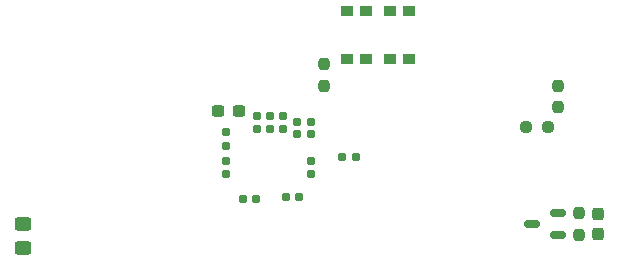
<source format=gtp>
G04 #@! TF.GenerationSoftware,KiCad,Pcbnew,7.0.5-0*
G04 #@! TF.CreationDate,2023-10-09T15:45:38-04:00*
G04 #@! TF.ProjectId,SLAPS_Solar_Harvester,534c4150-535f-4536-9f6c-61725f486172,V1.1*
G04 #@! TF.SameCoordinates,Original*
G04 #@! TF.FileFunction,Paste,Top*
G04 #@! TF.FilePolarity,Positive*
%FSLAX46Y46*%
G04 Gerber Fmt 4.6, Leading zero omitted, Abs format (unit mm)*
G04 Created by KiCad (PCBNEW 7.0.5-0) date 2023-10-09 15:45:38*
%MOMM*%
%LPD*%
G01*
G04 APERTURE LIST*
G04 Aperture macros list*
%AMRoundRect*
0 Rectangle with rounded corners*
0 $1 Rounding radius*
0 $2 $3 $4 $5 $6 $7 $8 $9 X,Y pos of 4 corners*
0 Add a 4 corners polygon primitive as box body*
4,1,4,$2,$3,$4,$5,$6,$7,$8,$9,$2,$3,0*
0 Add four circle primitives for the rounded corners*
1,1,$1+$1,$2,$3*
1,1,$1+$1,$4,$5*
1,1,$1+$1,$6,$7*
1,1,$1+$1,$8,$9*
0 Add four rect primitives between the rounded corners*
20,1,$1+$1,$2,$3,$4,$5,0*
20,1,$1+$1,$4,$5,$6,$7,0*
20,1,$1+$1,$6,$7,$8,$9,0*
20,1,$1+$1,$8,$9,$2,$3,0*%
G04 Aperture macros list end*
%ADD10RoundRect,0.237500X-0.237500X0.250000X-0.237500X-0.250000X0.237500X-0.250000X0.237500X0.250000X0*%
%ADD11RoundRect,0.155000X0.212500X0.155000X-0.212500X0.155000X-0.212500X-0.155000X0.212500X-0.155000X0*%
%ADD12RoundRect,0.237500X0.300000X0.237500X-0.300000X0.237500X-0.300000X-0.237500X0.300000X-0.237500X0*%
%ADD13RoundRect,0.150000X0.512500X0.150000X-0.512500X0.150000X-0.512500X-0.150000X0.512500X-0.150000X0*%
%ADD14R,1.000000X0.900000*%
%ADD15RoundRect,0.237500X0.237500X-0.250000X0.237500X0.250000X-0.237500X0.250000X-0.237500X-0.250000X0*%
%ADD16RoundRect,0.237500X-0.237500X0.287500X-0.237500X-0.287500X0.237500X-0.287500X0.237500X0.287500X0*%
%ADD17RoundRect,0.250000X0.450000X-0.325000X0.450000X0.325000X-0.450000X0.325000X-0.450000X-0.325000X0*%
%ADD18RoundRect,0.155000X-0.155000X0.212500X-0.155000X-0.212500X0.155000X-0.212500X0.155000X0.212500X0*%
%ADD19RoundRect,0.155000X0.155000X-0.212500X0.155000X0.212500X-0.155000X0.212500X-0.155000X-0.212500X0*%
%ADD20RoundRect,0.237500X-0.250000X-0.237500X0.250000X-0.237500X0.250000X0.237500X-0.250000X0.237500X0*%
%ADD21RoundRect,0.155000X-0.212500X-0.155000X0.212500X-0.155000X0.212500X0.155000X-0.212500X0.155000X0*%
G04 APERTURE END LIST*
D10*
X181600000Y-97587500D03*
X181600000Y-99412500D03*
D11*
X156067500Y-107200000D03*
X154932500Y-107200000D03*
D10*
X183400000Y-108387500D03*
X183400000Y-110212500D03*
D12*
X154562500Y-99700000D03*
X152837500Y-99700000D03*
D11*
X160667500Y-101700000D03*
X159532500Y-101700000D03*
X159667500Y-107000000D03*
X158532500Y-107000000D03*
D13*
X181637500Y-110250000D03*
X181637500Y-108350000D03*
X179362500Y-109300000D03*
D14*
X165300000Y-91250000D03*
X165300000Y-95350000D03*
X163700000Y-91250000D03*
X163700000Y-95350000D03*
D15*
X161800000Y-97612500D03*
X161800000Y-95787500D03*
D16*
X185000000Y-108425000D03*
X185000000Y-110175000D03*
D17*
X136300000Y-111325000D03*
X136300000Y-109275000D03*
D18*
X160700000Y-103932500D03*
X160700000Y-105067500D03*
X156100000Y-100132500D03*
X156100000Y-101267500D03*
D19*
X153500000Y-102667500D03*
X153500000Y-101532500D03*
D20*
X178887500Y-101100000D03*
X180712500Y-101100000D03*
D21*
X163332500Y-103600000D03*
X164467500Y-103600000D03*
D14*
X167400000Y-95350000D03*
X167400000Y-91250000D03*
X169000000Y-95350000D03*
X169000000Y-91250000D03*
D18*
X158300000Y-100132500D03*
X158300000Y-101267500D03*
D11*
X160667500Y-100700000D03*
X159532500Y-100700000D03*
D18*
X157200000Y-100132500D03*
X157200000Y-101267500D03*
X153500000Y-103932500D03*
X153500000Y-105067500D03*
M02*

</source>
